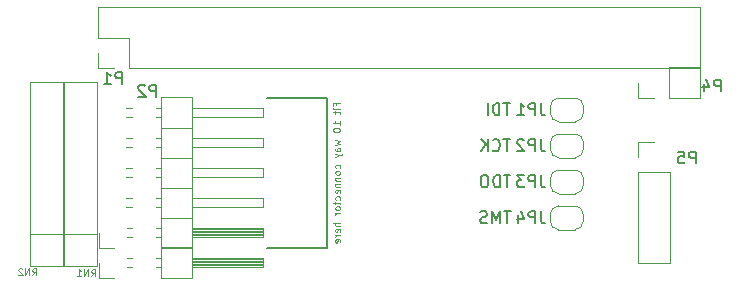
<source format=gbo>
G04 #@! TF.GenerationSoftware,KiCad,Pcbnew,(5.1.4)-1*
G04 #@! TF.CreationDate,2020-02-28T01:36:28+00:00*
G04 #@! TF.ProjectId,rgb-to-hdmi,7267622d-746f-42d6-9864-6d692e6b6963,rev?*
G04 #@! TF.SameCoordinates,Original*
G04 #@! TF.FileFunction,Legend,Bot*
G04 #@! TF.FilePolarity,Positive*
%FSLAX46Y46*%
G04 Gerber Fmt 4.6, Leading zero omitted, Abs format (unit mm)*
G04 Created by KiCad (PCBNEW (5.1.4)-1) date 2020-02-28 01:36:28*
%MOMM*%
%LPD*%
G04 APERTURE LIST*
%ADD10C,0.150000*%
%ADD11C,0.110000*%
%ADD12C,0.120000*%
%ADD13C,0.100000*%
G04 APERTURE END LIST*
D10*
X41390000Y-45780960D02*
X37326000Y-45780960D01*
X41390000Y-33080960D02*
X37326000Y-33080960D01*
D11*
X43196262Y-33698894D02*
X43196262Y-33498894D01*
X43510548Y-33498894D02*
X42910548Y-33498894D01*
X42910548Y-33784608D01*
X43510548Y-34013180D02*
X43110548Y-34013180D01*
X42910548Y-34013180D02*
X42939120Y-33984608D01*
X42967691Y-34013180D01*
X42939120Y-34041751D01*
X42910548Y-34013180D01*
X42967691Y-34013180D01*
X43110548Y-34213180D02*
X43110548Y-34441751D01*
X42910548Y-34298894D02*
X43424834Y-34298894D01*
X43481977Y-34327465D01*
X43510548Y-34384608D01*
X43510548Y-34441751D01*
X43510548Y-35413180D02*
X43510548Y-35070322D01*
X43510548Y-35241751D02*
X42910548Y-35241751D01*
X42996262Y-35184608D01*
X43053405Y-35127465D01*
X43081977Y-35070322D01*
X42910548Y-35784608D02*
X42910548Y-35841751D01*
X42939120Y-35898894D01*
X42967691Y-35927465D01*
X43024834Y-35956037D01*
X43139120Y-35984608D01*
X43281977Y-35984608D01*
X43396262Y-35956037D01*
X43453405Y-35927465D01*
X43481977Y-35898894D01*
X43510548Y-35841751D01*
X43510548Y-35784608D01*
X43481977Y-35727465D01*
X43453405Y-35698894D01*
X43396262Y-35670322D01*
X43281977Y-35641751D01*
X43139120Y-35641751D01*
X43024834Y-35670322D01*
X42967691Y-35698894D01*
X42939120Y-35727465D01*
X42910548Y-35784608D01*
X43110548Y-36641751D02*
X43510548Y-36756037D01*
X43224834Y-36870322D01*
X43510548Y-36984608D01*
X43110548Y-37098894D01*
X43510548Y-37584608D02*
X43196262Y-37584608D01*
X43139120Y-37556037D01*
X43110548Y-37498894D01*
X43110548Y-37384608D01*
X43139120Y-37327465D01*
X43481977Y-37584608D02*
X43510548Y-37527465D01*
X43510548Y-37384608D01*
X43481977Y-37327465D01*
X43424834Y-37298894D01*
X43367691Y-37298894D01*
X43310548Y-37327465D01*
X43281977Y-37384608D01*
X43281977Y-37527465D01*
X43253405Y-37584608D01*
X43110548Y-37813179D02*
X43510548Y-37956037D01*
X43110548Y-38098894D02*
X43510548Y-37956037D01*
X43653405Y-37898894D01*
X43681977Y-37870322D01*
X43710548Y-37813179D01*
X43481977Y-39041751D02*
X43510548Y-38984608D01*
X43510548Y-38870322D01*
X43481977Y-38813179D01*
X43453405Y-38784608D01*
X43396262Y-38756037D01*
X43224834Y-38756037D01*
X43167691Y-38784608D01*
X43139120Y-38813179D01*
X43110548Y-38870322D01*
X43110548Y-38984608D01*
X43139120Y-39041751D01*
X43510548Y-39384608D02*
X43481977Y-39327465D01*
X43453405Y-39298894D01*
X43396262Y-39270322D01*
X43224834Y-39270322D01*
X43167691Y-39298894D01*
X43139120Y-39327465D01*
X43110548Y-39384608D01*
X43110548Y-39470322D01*
X43139120Y-39527465D01*
X43167691Y-39556037D01*
X43224834Y-39584608D01*
X43396262Y-39584608D01*
X43453405Y-39556037D01*
X43481977Y-39527465D01*
X43510548Y-39470322D01*
X43510548Y-39384608D01*
X43110548Y-39841751D02*
X43510548Y-39841751D01*
X43167691Y-39841751D02*
X43139120Y-39870322D01*
X43110548Y-39927465D01*
X43110548Y-40013179D01*
X43139120Y-40070322D01*
X43196262Y-40098894D01*
X43510548Y-40098894D01*
X43110548Y-40384608D02*
X43510548Y-40384608D01*
X43167691Y-40384608D02*
X43139120Y-40413179D01*
X43110548Y-40470322D01*
X43110548Y-40556037D01*
X43139120Y-40613179D01*
X43196262Y-40641751D01*
X43510548Y-40641751D01*
X43481977Y-41156037D02*
X43510548Y-41098894D01*
X43510548Y-40984608D01*
X43481977Y-40927465D01*
X43424834Y-40898894D01*
X43196262Y-40898894D01*
X43139120Y-40927465D01*
X43110548Y-40984608D01*
X43110548Y-41098894D01*
X43139120Y-41156037D01*
X43196262Y-41184608D01*
X43253405Y-41184608D01*
X43310548Y-40898894D01*
X43481977Y-41698894D02*
X43510548Y-41641751D01*
X43510548Y-41527465D01*
X43481977Y-41470322D01*
X43453405Y-41441751D01*
X43396262Y-41413179D01*
X43224834Y-41413179D01*
X43167691Y-41441751D01*
X43139120Y-41470322D01*
X43110548Y-41527465D01*
X43110548Y-41641751D01*
X43139120Y-41698894D01*
X43110548Y-41870322D02*
X43110548Y-42098894D01*
X42910548Y-41956037D02*
X43424834Y-41956037D01*
X43481977Y-41984608D01*
X43510548Y-42041751D01*
X43510548Y-42098894D01*
X43510548Y-42384608D02*
X43481977Y-42327465D01*
X43453405Y-42298894D01*
X43396262Y-42270322D01*
X43224834Y-42270322D01*
X43167691Y-42298894D01*
X43139120Y-42327465D01*
X43110548Y-42384608D01*
X43110548Y-42470322D01*
X43139120Y-42527465D01*
X43167691Y-42556037D01*
X43224834Y-42584608D01*
X43396262Y-42584608D01*
X43453405Y-42556037D01*
X43481977Y-42527465D01*
X43510548Y-42470322D01*
X43510548Y-42384608D01*
X43510548Y-42841751D02*
X43110548Y-42841751D01*
X43224834Y-42841751D02*
X43167691Y-42870322D01*
X43139120Y-42898894D01*
X43110548Y-42956037D01*
X43110548Y-43013179D01*
X43510548Y-43670322D02*
X42910548Y-43670322D01*
X43510548Y-43927465D02*
X43196262Y-43927465D01*
X43139120Y-43898894D01*
X43110548Y-43841751D01*
X43110548Y-43756037D01*
X43139120Y-43698894D01*
X43167691Y-43670322D01*
X43481977Y-44441751D02*
X43510548Y-44384608D01*
X43510548Y-44270322D01*
X43481977Y-44213179D01*
X43424834Y-44184608D01*
X43196262Y-44184608D01*
X43139120Y-44213179D01*
X43110548Y-44270322D01*
X43110548Y-44384608D01*
X43139120Y-44441751D01*
X43196262Y-44470322D01*
X43253405Y-44470322D01*
X43310548Y-44184608D01*
X43510548Y-44727465D02*
X43110548Y-44727465D01*
X43224834Y-44727465D02*
X43167691Y-44756037D01*
X43139120Y-44784608D01*
X43110548Y-44841751D01*
X43110548Y-44898894D01*
X43481977Y-45327465D02*
X43510548Y-45270322D01*
X43510548Y-45156037D01*
X43481977Y-45098894D01*
X43424834Y-45070322D01*
X43196262Y-45070322D01*
X43139120Y-45098894D01*
X43110548Y-45156037D01*
X43110548Y-45270322D01*
X43139120Y-45327465D01*
X43196262Y-45356037D01*
X43253405Y-45356037D01*
X43310548Y-45070322D01*
D10*
X42406000Y-45780960D02*
X41390000Y-45780960D01*
X42406000Y-45780960D02*
X42406000Y-33080960D01*
X41390000Y-33080960D02*
X42406000Y-33080960D01*
X57939523Y-39645340D02*
X57368095Y-39645340D01*
X57653809Y-40645340D02*
X57653809Y-39645340D01*
X57034761Y-40645340D02*
X57034761Y-39645340D01*
X56796666Y-39645340D01*
X56653809Y-39692960D01*
X56558571Y-39788198D01*
X56510952Y-39883436D01*
X56463333Y-40073912D01*
X56463333Y-40216769D01*
X56510952Y-40407245D01*
X56558571Y-40502483D01*
X56653809Y-40597721D01*
X56796666Y-40645340D01*
X57034761Y-40645340D01*
X55844285Y-39645340D02*
X55653809Y-39645340D01*
X55558571Y-39692960D01*
X55463333Y-39788198D01*
X55415714Y-39978674D01*
X55415714Y-40312007D01*
X55463333Y-40502483D01*
X55558571Y-40597721D01*
X55653809Y-40645340D01*
X55844285Y-40645340D01*
X55939523Y-40597721D01*
X56034761Y-40502483D01*
X56082380Y-40312007D01*
X56082380Y-39978674D01*
X56034761Y-39788198D01*
X55939523Y-39692960D01*
X55844285Y-39645340D01*
X57907809Y-33549340D02*
X57336380Y-33549340D01*
X57622095Y-34549340D02*
X57622095Y-33549340D01*
X57003047Y-34549340D02*
X57003047Y-33549340D01*
X56764952Y-33549340D01*
X56622095Y-33596960D01*
X56526857Y-33692198D01*
X56479238Y-33787436D01*
X56431619Y-33977912D01*
X56431619Y-34120769D01*
X56479238Y-34311245D01*
X56526857Y-34406483D01*
X56622095Y-34501721D01*
X56764952Y-34549340D01*
X57003047Y-34549340D01*
X56003047Y-34549340D02*
X56003047Y-33549340D01*
X57915714Y-36597340D02*
X57344285Y-36597340D01*
X57630000Y-37597340D02*
X57630000Y-36597340D01*
X56439523Y-37502102D02*
X56487142Y-37549721D01*
X56630000Y-37597340D01*
X56725238Y-37597340D01*
X56868095Y-37549721D01*
X56963333Y-37454483D01*
X57010952Y-37359245D01*
X57058571Y-37168769D01*
X57058571Y-37025912D01*
X57010952Y-36835436D01*
X56963333Y-36740198D01*
X56868095Y-36644960D01*
X56725238Y-36597340D01*
X56630000Y-36597340D01*
X56487142Y-36644960D01*
X56439523Y-36692579D01*
X56010952Y-37597340D02*
X56010952Y-36597340D01*
X55439523Y-37597340D02*
X55868095Y-37025912D01*
X55439523Y-36597340D02*
X56010952Y-37168769D01*
X57963333Y-42693340D02*
X57391904Y-42693340D01*
X57677619Y-43693340D02*
X57677619Y-42693340D01*
X57058571Y-43693340D02*
X57058571Y-42693340D01*
X56725238Y-43407626D01*
X56391904Y-42693340D01*
X56391904Y-43693340D01*
X55963333Y-43645721D02*
X55820476Y-43693340D01*
X55582380Y-43693340D01*
X55487142Y-43645721D01*
X55439523Y-43598102D01*
X55391904Y-43502864D01*
X55391904Y-43407626D01*
X55439523Y-43312388D01*
X55487142Y-43264769D01*
X55582380Y-43217150D01*
X55772857Y-43169531D01*
X55868095Y-43121912D01*
X55915714Y-43074293D01*
X55963333Y-42979055D01*
X55963333Y-42883817D01*
X55915714Y-42788579D01*
X55868095Y-42740960D01*
X55772857Y-42693340D01*
X55534761Y-42693340D01*
X55391904Y-42740960D01*
D12*
X22978000Y-47347960D02*
X20178000Y-47347960D01*
X20178000Y-47347960D02*
X20178000Y-31767960D01*
X20178000Y-31767960D02*
X22978000Y-31767960D01*
X22978000Y-31767960D02*
X22978000Y-47347960D01*
X22978000Y-44637960D02*
X20178000Y-44637960D01*
X28352000Y-45840960D02*
X28352000Y-33020960D01*
X28352000Y-33020960D02*
X31012000Y-33020960D01*
X31012000Y-33020960D02*
X31012000Y-45840960D01*
X31012000Y-45840960D02*
X28352000Y-45840960D01*
X31012000Y-44890960D02*
X37012000Y-44890960D01*
X37012000Y-44890960D02*
X37012000Y-44130960D01*
X37012000Y-44130960D02*
X31012000Y-44130960D01*
X31012000Y-44830960D02*
X37012000Y-44830960D01*
X31012000Y-44710960D02*
X37012000Y-44710960D01*
X31012000Y-44590960D02*
X37012000Y-44590960D01*
X31012000Y-44470960D02*
X37012000Y-44470960D01*
X31012000Y-44350960D02*
X37012000Y-44350960D01*
X31012000Y-44230960D02*
X37012000Y-44230960D01*
X27954929Y-44890960D02*
X28352000Y-44890960D01*
X27954929Y-44130960D02*
X28352000Y-44130960D01*
X25482000Y-44890960D02*
X25869071Y-44890960D01*
X25482000Y-44130960D02*
X25869071Y-44130960D01*
X28352000Y-43240960D02*
X31012000Y-43240960D01*
X31012000Y-42350960D02*
X37012000Y-42350960D01*
X37012000Y-42350960D02*
X37012000Y-41590960D01*
X37012000Y-41590960D02*
X31012000Y-41590960D01*
X27954929Y-42350960D02*
X28352000Y-42350960D01*
X27954929Y-41590960D02*
X28352000Y-41590960D01*
X25414929Y-42350960D02*
X25869071Y-42350960D01*
X25414929Y-41590960D02*
X25869071Y-41590960D01*
X28352000Y-40700960D02*
X31012000Y-40700960D01*
X31012000Y-39810960D02*
X37012000Y-39810960D01*
X37012000Y-39810960D02*
X37012000Y-39050960D01*
X37012000Y-39050960D02*
X31012000Y-39050960D01*
X27954929Y-39810960D02*
X28352000Y-39810960D01*
X27954929Y-39050960D02*
X28352000Y-39050960D01*
X25414929Y-39810960D02*
X25869071Y-39810960D01*
X25414929Y-39050960D02*
X25869071Y-39050960D01*
X28352000Y-38160960D02*
X31012000Y-38160960D01*
X31012000Y-37270960D02*
X37012000Y-37270960D01*
X37012000Y-37270960D02*
X37012000Y-36510960D01*
X37012000Y-36510960D02*
X31012000Y-36510960D01*
X27954929Y-37270960D02*
X28352000Y-37270960D01*
X27954929Y-36510960D02*
X28352000Y-36510960D01*
X25414929Y-37270960D02*
X25869071Y-37270960D01*
X25414929Y-36510960D02*
X25869071Y-36510960D01*
X28352000Y-35620960D02*
X31012000Y-35620960D01*
X31012000Y-34730960D02*
X37012000Y-34730960D01*
X37012000Y-34730960D02*
X37012000Y-33970960D01*
X37012000Y-33970960D02*
X31012000Y-33970960D01*
X27954929Y-34730960D02*
X28352000Y-34730960D01*
X27954929Y-33970960D02*
X28352000Y-33970960D01*
X25414929Y-34730960D02*
X25869071Y-34730960D01*
X25414929Y-33970960D02*
X25869071Y-33970960D01*
X23102000Y-44510960D02*
X23102000Y-45780960D01*
X23102000Y-45780960D02*
X24372000Y-45780960D01*
X71422000Y-39405560D02*
X68762000Y-39405560D01*
X71422000Y-39405560D02*
X71422000Y-47085560D01*
X71422000Y-47085560D02*
X68762000Y-47085560D01*
X68762000Y-39405560D02*
X68762000Y-47085560D01*
X68762000Y-36805560D02*
X68762000Y-38135560D01*
X70092000Y-36805560D02*
X68762000Y-36805560D01*
X63426000Y-38144960D02*
G75*
G03X64126000Y-37444960I0J700000D01*
G01*
X64126000Y-36844960D02*
G75*
G03X63426000Y-36144960I-700000J0D01*
G01*
X62026000Y-36144960D02*
G75*
G03X61326000Y-36844960I0J-700000D01*
G01*
X61326000Y-37444960D02*
G75*
G03X62026000Y-38144960I700000J0D01*
G01*
X61326000Y-36844960D02*
X61326000Y-37444960D01*
X63426000Y-36144960D02*
X62026000Y-36144960D01*
X64126000Y-37444960D02*
X64126000Y-36844960D01*
X62026000Y-38144960D02*
X63426000Y-38144960D01*
X62026000Y-35096960D02*
X63426000Y-35096960D01*
X64126000Y-34396960D02*
X64126000Y-33796960D01*
X63426000Y-33096960D02*
X62026000Y-33096960D01*
X61326000Y-33796960D02*
X61326000Y-34396960D01*
X61326000Y-34396960D02*
G75*
G03X62026000Y-35096960I700000J0D01*
G01*
X62026000Y-33096960D02*
G75*
G03X61326000Y-33796960I0J-700000D01*
G01*
X64126000Y-33796960D02*
G75*
G03X63426000Y-33096960I-700000J0D01*
G01*
X63426000Y-35096960D02*
G75*
G03X64126000Y-34396960I0J700000D01*
G01*
X63411000Y-44240960D02*
G75*
G03X64111000Y-43540960I0J700000D01*
G01*
X64111000Y-42940960D02*
G75*
G03X63411000Y-42240960I-700000J0D01*
G01*
X62011000Y-42240960D02*
G75*
G03X61311000Y-42940960I0J-700000D01*
G01*
X61311000Y-43540960D02*
G75*
G03X62011000Y-44240960I700000J0D01*
G01*
X61311000Y-42940960D02*
X61311000Y-43540960D01*
X63411000Y-42240960D02*
X62011000Y-42240960D01*
X64111000Y-43540960D02*
X64111000Y-42940960D01*
X62011000Y-44240960D02*
X63411000Y-44240960D01*
X62026000Y-41192960D02*
X63426000Y-41192960D01*
X64126000Y-40492960D02*
X64126000Y-39892960D01*
X63426000Y-39192960D02*
X62026000Y-39192960D01*
X61326000Y-39892960D02*
X61326000Y-40492960D01*
X61326000Y-40492960D02*
G75*
G03X62026000Y-41192960I700000J0D01*
G01*
X62026000Y-39192960D02*
G75*
G03X61326000Y-39892960I0J-700000D01*
G01*
X64126000Y-39892960D02*
G75*
G03X63426000Y-39192960I-700000J0D01*
G01*
X63426000Y-41192960D02*
G75*
G03X64126000Y-40492960I0J700000D01*
G01*
X28352000Y-48380960D02*
X28352000Y-45720960D01*
X28352000Y-45720960D02*
X31012000Y-45720960D01*
X31012000Y-45720960D02*
X31012000Y-48380960D01*
X31012000Y-48380960D02*
X28352000Y-48380960D01*
X31012000Y-47430960D02*
X37012000Y-47430960D01*
X37012000Y-47430960D02*
X37012000Y-46670960D01*
X37012000Y-46670960D02*
X31012000Y-46670960D01*
X31012000Y-47370960D02*
X37012000Y-47370960D01*
X31012000Y-47250960D02*
X37012000Y-47250960D01*
X31012000Y-47130960D02*
X37012000Y-47130960D01*
X31012000Y-47010960D02*
X37012000Y-47010960D01*
X31012000Y-46890960D02*
X37012000Y-46890960D01*
X31012000Y-46770960D02*
X37012000Y-46770960D01*
X27954929Y-47430960D02*
X28352000Y-47430960D01*
X27954929Y-46670960D02*
X28352000Y-46670960D01*
X25482000Y-47430960D02*
X25869071Y-47430960D01*
X25482000Y-46670960D02*
X25869071Y-46670960D01*
X23102000Y-47050960D02*
X23102000Y-48320960D01*
X23102000Y-48320960D02*
X24372000Y-48320960D01*
X20057000Y-44637960D02*
X17257000Y-44637960D01*
X20057000Y-31767960D02*
X20057000Y-47347960D01*
X17257000Y-31767960D02*
X20057000Y-31767960D01*
X17257000Y-47347960D02*
X17257000Y-31767960D01*
X20057000Y-47347960D02*
X17257000Y-47347960D01*
X23042000Y-25400960D02*
X23042000Y-28000960D01*
X23042000Y-25400960D02*
X73962000Y-25400960D01*
X73962000Y-25400960D02*
X73962000Y-30600960D01*
X25642000Y-30600960D02*
X73962000Y-30600960D01*
X25642000Y-28000960D02*
X25642000Y-30600960D01*
X23042000Y-28000960D02*
X25642000Y-28000960D01*
X23042000Y-30600960D02*
X24372000Y-30600960D01*
X23042000Y-29270960D02*
X23042000Y-30600960D01*
X71362000Y-30480960D02*
X71362000Y-33140960D01*
X71362000Y-30480960D02*
X73962000Y-30480960D01*
X73962000Y-30480960D02*
X73962000Y-33140960D01*
X71362000Y-33140960D02*
X73962000Y-33140960D01*
X68762000Y-33140960D02*
X70092000Y-33140960D01*
X68762000Y-31810960D02*
X68762000Y-33140960D01*
D13*
X22454565Y-48211388D02*
X22654565Y-47925674D01*
X22797422Y-48211388D02*
X22797422Y-47611388D01*
X22568851Y-47611388D01*
X22511708Y-47639960D01*
X22483137Y-47668531D01*
X22454565Y-47725674D01*
X22454565Y-47811388D01*
X22483137Y-47868531D01*
X22511708Y-47897102D01*
X22568851Y-47925674D01*
X22797422Y-47925674D01*
X22197422Y-48211388D02*
X22197422Y-47611388D01*
X21854565Y-48211388D01*
X21854565Y-47611388D01*
X21254565Y-48211388D02*
X21597422Y-48211388D01*
X21425994Y-48211388D02*
X21425994Y-47611388D01*
X21483137Y-47697102D01*
X21540280Y-47754245D01*
X21597422Y-47782817D01*
D10*
X27950095Y-32993340D02*
X27950095Y-31993340D01*
X27569142Y-31993340D01*
X27473904Y-32040960D01*
X27426285Y-32088579D01*
X27378666Y-32183817D01*
X27378666Y-32326674D01*
X27426285Y-32421912D01*
X27473904Y-32469531D01*
X27569142Y-32517150D01*
X27950095Y-32517150D01*
X26997714Y-32088579D02*
X26950095Y-32040960D01*
X26854857Y-31993340D01*
X26616761Y-31993340D01*
X26521523Y-32040960D01*
X26473904Y-32088579D01*
X26426285Y-32183817D01*
X26426285Y-32279055D01*
X26473904Y-32421912D01*
X27045333Y-32993340D01*
X26426285Y-32993340D01*
X73624095Y-38638740D02*
X73624095Y-37638740D01*
X73243142Y-37638740D01*
X73147904Y-37686360D01*
X73100285Y-37733979D01*
X73052666Y-37829217D01*
X73052666Y-37972074D01*
X73100285Y-38067312D01*
X73147904Y-38114931D01*
X73243142Y-38162550D01*
X73624095Y-38162550D01*
X72147904Y-37638740D02*
X72624095Y-37638740D01*
X72671714Y-38114931D01*
X72624095Y-38067312D01*
X72528857Y-38019693D01*
X72290761Y-38019693D01*
X72195523Y-38067312D01*
X72147904Y-38114931D01*
X72100285Y-38210169D01*
X72100285Y-38448264D01*
X72147904Y-38543502D01*
X72195523Y-38591121D01*
X72290761Y-38638740D01*
X72528857Y-38638740D01*
X72624095Y-38591121D01*
X72671714Y-38543502D01*
X60496333Y-36597340D02*
X60496333Y-37311626D01*
X60543952Y-37454483D01*
X60639190Y-37549721D01*
X60782047Y-37597340D01*
X60877285Y-37597340D01*
X60020142Y-37597340D02*
X60020142Y-36597340D01*
X59639190Y-36597340D01*
X59543952Y-36644960D01*
X59496333Y-36692579D01*
X59448714Y-36787817D01*
X59448714Y-36930674D01*
X59496333Y-37025912D01*
X59543952Y-37073531D01*
X59639190Y-37121150D01*
X60020142Y-37121150D01*
X59067761Y-36692579D02*
X59020142Y-36644960D01*
X58924904Y-36597340D01*
X58686809Y-36597340D01*
X58591571Y-36644960D01*
X58543952Y-36692579D01*
X58496333Y-36787817D01*
X58496333Y-36883055D01*
X58543952Y-37025912D01*
X59115380Y-37597340D01*
X58496333Y-37597340D01*
X60511333Y-33549340D02*
X60511333Y-34263626D01*
X60558952Y-34406483D01*
X60654190Y-34501721D01*
X60797047Y-34549340D01*
X60892285Y-34549340D01*
X60035142Y-34549340D02*
X60035142Y-33549340D01*
X59654190Y-33549340D01*
X59558952Y-33596960D01*
X59511333Y-33644579D01*
X59463714Y-33739817D01*
X59463714Y-33882674D01*
X59511333Y-33977912D01*
X59558952Y-34025531D01*
X59654190Y-34073150D01*
X60035142Y-34073150D01*
X58511333Y-34549340D02*
X59082761Y-34549340D01*
X58797047Y-34549340D02*
X58797047Y-33549340D01*
X58892285Y-33692198D01*
X58987523Y-33787436D01*
X59082761Y-33835055D01*
X60511333Y-42693340D02*
X60511333Y-43407626D01*
X60558952Y-43550483D01*
X60654190Y-43645721D01*
X60797047Y-43693340D01*
X60892285Y-43693340D01*
X60035142Y-43693340D02*
X60035142Y-42693340D01*
X59654190Y-42693340D01*
X59558952Y-42740960D01*
X59511333Y-42788579D01*
X59463714Y-42883817D01*
X59463714Y-43026674D01*
X59511333Y-43121912D01*
X59558952Y-43169531D01*
X59654190Y-43217150D01*
X60035142Y-43217150D01*
X58606571Y-43026674D02*
X58606571Y-43693340D01*
X58844666Y-42645721D02*
X59082761Y-43360007D01*
X58463714Y-43360007D01*
X60496333Y-39645340D02*
X60496333Y-40359626D01*
X60543952Y-40502483D01*
X60639190Y-40597721D01*
X60782047Y-40645340D01*
X60877285Y-40645340D01*
X60020142Y-40645340D02*
X60020142Y-39645340D01*
X59639190Y-39645340D01*
X59543952Y-39692960D01*
X59496333Y-39740579D01*
X59448714Y-39835817D01*
X59448714Y-39978674D01*
X59496333Y-40073912D01*
X59543952Y-40121531D01*
X59639190Y-40169150D01*
X60020142Y-40169150D01*
X59115380Y-39645340D02*
X58496333Y-39645340D01*
X58829666Y-40026293D01*
X58686809Y-40026293D01*
X58591571Y-40073912D01*
X58543952Y-40121531D01*
X58496333Y-40216769D01*
X58496333Y-40454864D01*
X58543952Y-40550102D01*
X58591571Y-40597721D01*
X58686809Y-40645340D01*
X58972523Y-40645340D01*
X59067761Y-40597721D01*
X59115380Y-40550102D01*
D13*
X17466285Y-48122488D02*
X17666285Y-47836774D01*
X17809142Y-48122488D02*
X17809142Y-47522488D01*
X17580571Y-47522488D01*
X17523428Y-47551060D01*
X17494857Y-47579631D01*
X17466285Y-47636774D01*
X17466285Y-47722488D01*
X17494857Y-47779631D01*
X17523428Y-47808202D01*
X17580571Y-47836774D01*
X17809142Y-47836774D01*
X17209142Y-48122488D02*
X17209142Y-47522488D01*
X16866285Y-48122488D01*
X16866285Y-47522488D01*
X16609142Y-47579631D02*
X16580571Y-47551060D01*
X16523428Y-47522488D01*
X16380571Y-47522488D01*
X16323428Y-47551060D01*
X16294857Y-47579631D01*
X16266285Y-47636774D01*
X16266285Y-47693917D01*
X16294857Y-47779631D01*
X16637714Y-48122488D01*
X16266285Y-48122488D01*
D10*
X25050095Y-31923340D02*
X25050095Y-30923340D01*
X24669142Y-30923340D01*
X24573904Y-30970960D01*
X24526285Y-31018579D01*
X24478666Y-31113817D01*
X24478666Y-31256674D01*
X24526285Y-31351912D01*
X24573904Y-31399531D01*
X24669142Y-31447150D01*
X25050095Y-31447150D01*
X23526285Y-31923340D02*
X24097714Y-31923340D01*
X23812000Y-31923340D02*
X23812000Y-30923340D01*
X23907238Y-31066198D01*
X24002476Y-31161436D01*
X24097714Y-31209055D01*
X75730095Y-32543340D02*
X75730095Y-31543340D01*
X75349142Y-31543340D01*
X75253904Y-31590960D01*
X75206285Y-31638579D01*
X75158666Y-31733817D01*
X75158666Y-31876674D01*
X75206285Y-31971912D01*
X75253904Y-32019531D01*
X75349142Y-32067150D01*
X75730095Y-32067150D01*
X74301523Y-31876674D02*
X74301523Y-32543340D01*
X74539619Y-31495721D02*
X74777714Y-32210007D01*
X74158666Y-32210007D01*
M02*

</source>
